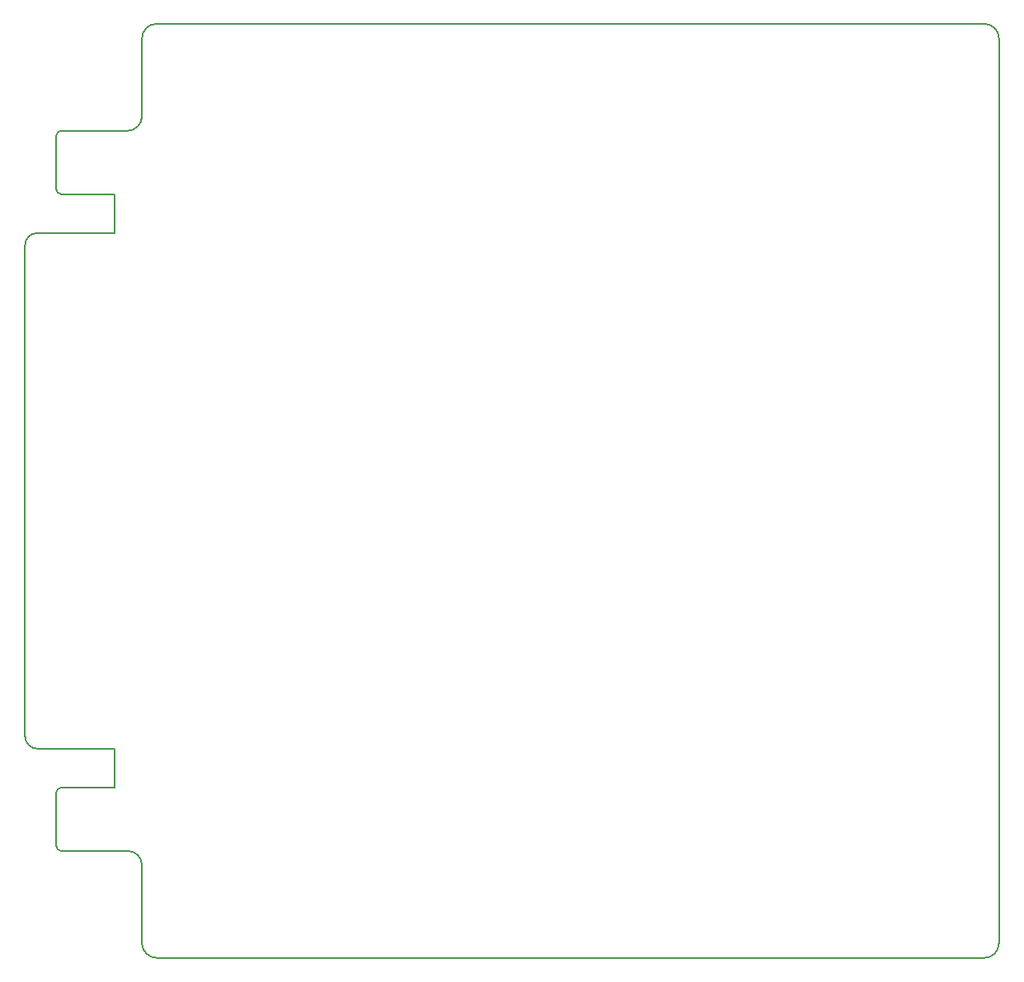
<source format=gbr>
%TF.GenerationSoftware,KiCad,Pcbnew,7.0.11-7.0.11~ubuntu22.04.1*%
%TF.CreationDate,2024-04-01T06:10:19-07:00*%
%TF.ProjectId,copico,636f7069-636f-42e6-9b69-6361645f7063,0.1.24*%
%TF.SameCoordinates,Original*%
%TF.FileFunction,Profile,NP*%
%FSLAX46Y46*%
G04 Gerber Fmt 4.6, Leading zero omitted, Abs format (unit mm)*
G04 Created by KiCad (PCBNEW 7.0.11-7.0.11~ubuntu22.04.1) date 2024-04-01 06:10:19*
%MOMM*%
%LPD*%
G01*
G04 APERTURE LIST*
%TA.AperFunction,Profile*%
%ADD10C,0.150000*%
%TD*%
G04 APERTURE END LIST*
D10*
X91440000Y-79140000D02*
X91440000Y-129140000D01*
X94640000Y-135140000D02*
X94640000Y-140640000D01*
X104940000Y-56140000D02*
G75*
G03*
X103440000Y-57640000I0J-1500000D01*
G01*
X91440000Y-129390000D02*
G75*
G03*
X92690000Y-130640000I1250000J0D01*
G01*
X94640000Y-140640000D02*
G75*
G03*
X95140000Y-141140000I500000J0D01*
G01*
X103440000Y-57640000D02*
X103440000Y-65640000D01*
X191440000Y-57640000D02*
G75*
G03*
X189940000Y-56140000I-1500000J0D01*
G01*
X95140000Y-134640000D02*
X100640000Y-134640000D01*
X101940000Y-67140000D02*
G75*
G03*
X103440000Y-65640000I0J1500000D01*
G01*
X189940000Y-56140000D02*
X187940000Y-56140000D01*
X94640000Y-73140000D02*
G75*
G03*
X95140000Y-73640000I500000J0D01*
G01*
X104940000Y-152140000D02*
X187940000Y-152140000D01*
X92690000Y-77640000D02*
G75*
G03*
X91440000Y-78890000I0J-1250000D01*
G01*
X103440000Y-150640000D02*
G75*
G03*
X104940000Y-152140000I1500000J0D01*
G01*
X95140000Y-73640000D02*
X100640000Y-73640000D01*
X92690000Y-130640000D02*
X93440000Y-130640000D01*
X100640000Y-77640000D02*
X100640000Y-73640000D01*
X103440000Y-142640000D02*
X103440000Y-150640000D01*
X94640000Y-67640000D02*
X94640000Y-73140000D01*
X189940000Y-152140000D02*
G75*
G03*
X191440000Y-150640000I0J1500000D01*
G01*
X93440000Y-130640000D02*
X100640000Y-130640000D01*
X187940000Y-152140000D02*
X189940000Y-152140000D01*
X95140000Y-67140000D02*
G75*
G03*
X94640000Y-67640000I0J-500000D01*
G01*
X95140000Y-67140000D02*
X101940000Y-67140000D01*
X191440000Y-150640000D02*
X191440000Y-57640000D01*
X91440000Y-129390000D02*
X91440000Y-129140000D01*
X187940000Y-56140000D02*
X104940000Y-56140000D01*
X100640000Y-134640000D02*
X100640000Y-130640000D01*
X93440000Y-77640000D02*
X100640000Y-77640000D01*
X95140000Y-134640000D02*
G75*
G03*
X94640000Y-135140000I0J-500000D01*
G01*
X95140000Y-141140000D02*
X101940000Y-141140000D01*
X103440000Y-142640000D02*
G75*
G03*
X101940000Y-141140000I-1500000J0D01*
G01*
X92690000Y-77640000D02*
X93440000Y-77640000D01*
X91440000Y-78890000D02*
X91440000Y-79140000D01*
M02*

</source>
